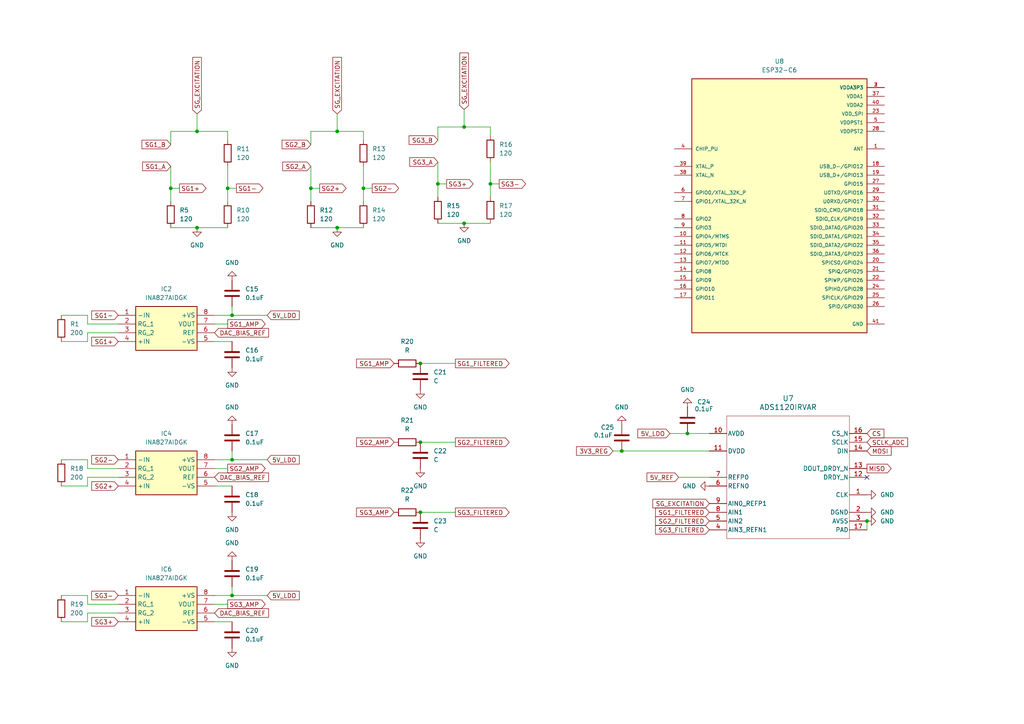
<source format=kicad_sch>
(kicad_sch (version 20250114) (generator "eeschema") (generator_version "9.0")
  (paper "A4")
  (lib_symbols
    (symbol "2025-06-29_04-51-15:ADS1120IRVAR" (pin_names (offset 0.254))
      (property "Reference" "U" (at 0 2.54 0))
      (property "Value" "ADS1120IRVAR" (at 0 0 0))
      (symbol "ADS1120IRVAR_0_1"
        (polyline (pts (xy -17.78 17.78) (xy -17.78 -17.78)) (stroke (width 0.1016)))
        (polyline (pts (xy -17.78 -17.78) (xy 17.78 -17.78)) (stroke (width 0.1016)))
        (polyline (pts (xy 17.78 17.78) (xy -17.78 17.78)) (stroke (width 0.1016)))
        (polyline (pts (xy 17.78 -17.78) (xy 17.78 17.78)) (stroke (width 0.1016)))
        (pin power_in line (at -22.86 12.7 0) (length 5.08) (name "AVDD") (number "10"))
        (pin power_in line (at -22.86 7.62 0) (length 5.08) (name "DVDD") (number "11"))
        (pin input line (at -22.86 0 0) (length 5.08) (name "REFP0") (number "7"))
        (pin input line (at -22.86 -2.54 0) (length 5.08) (name "REFN0") (number "6"))
        (pin input line (at -22.86 -7.62 0) (length 5.08) (name "AIN0_REFP1") (number "9"))
        (pin input line (at -22.86 -10.16 0) (length 5.08) (name "AIN1") (number "8"))
        (pin input line (at -22.86 -12.7 0) (length 5.08) (name "AIN2") (number "5"))
        (pin input line (at -22.86 -15.24 0) (length 5.08) (name "AIN3_REFN1") (number "4"))
        (pin input line (at 22.86 12.7 180) (length 5.08) (name "CS_N") (number "16"))
        (pin input line (at 22.86 10.16 180) (length 5.08) (name "SCLK") (number "15"))
        (pin input line (at 22.86 7.62 180) (length 5.08) (name "DIN") (number "14"))
        (pin output line (at 22.86 2.54 180) (length 5.08) (name "DOUT_DRDY_N") (number "13"))
        (pin output line (at 22.86 0 180) (length 5.08) (name "DRDY_N") (number "12"))
        (pin input line (at 22.86 -5.08 180) (length 5.08) (name "CLK") (number "1"))
        (pin power_in line (at 22.86 -10.16 180) (length 5.08) (name "DGND") (number "2"))
        (pin power_in line (at 22.86 -12.7 180) (length 5.08) (name "AVSS") (number "3"))
        (pin power_in line (at 22.86 -15.24 180) (length 5.08) (name "PAD") (number "17"))
      )
    )
    (symbol "21xt_symbols:MCP1501T-50E_CHY"
      (property "Reference" "IC" (at 26.67 7.62 0))
      (property "Value" "MCP1501T-50E_CHY" (at 26.67 5.08 0))
      (symbol "MCP1501T-50E_CHY_1_1"
        (rectangle (start 5.08 2.54) (end 25.4 -7.62) (stroke (width 0.254)) (fill (type background)))
        (pin passive line (at 0 0 0) (length 5.08) (name "OUT") (number "1"))
        (pin passive line (at 0 -2.54 0) (length 5.08) (name "GND_1") (number "2"))
        (pin passive line (at 0 -5.08 0) (length 5.08) (name "GND_2") (number "3"))
        (pin passive line (at 30.48 0 180) (length 5.08) (name "VDD") (number "6"))
        (pin passive line (at 30.48 -2.54 180) (length 5.08) (name "GND_3") (number "5"))
        (pin passive line (at 30.48 -5.08 180) (length 5.08) (name "~{SHDN}") (number "4"))
      )
    )
    (symbol "22xt_ICs:AP2120N-2.5TRG1" (pin_names (offset 0.254))
      (property "Reference" "U" (at 27.94 10.16 0))
      (property "Value" "AP2120N-2.5TRG1" (at 27.94 7.62 0))
      (symbol "AP2120N-2.5TRG1_0_1"
        (polyline (pts (xy 7.62 5.08) (xy 7.62 -7.62)) (stroke (width 0.127)))
        (polyline (pts (xy 7.62 -7.62) (xy 48.26 -7.62)) (stroke (width 0.127)))
        (polyline (pts (xy 48.26 5.08) (xy 7.62 5.08)) (stroke (width 0.127)))
        (polyline (pts (xy 48.26 -7.62) (xy 48.26 5.08)) (stroke (width 0.127)))
        (pin power_in line (at 0 0 0) (length 7.62) (name "GND") (number "1"))
        (pin input line (at 55.88 0 180) (length 7.62) (name "VIN") (number "3"))
        (pin output line (at 55.88 -2.54 180) (length 7.62) (name "VOUT") (number "2"))
      )
    )
    (symbol "22xt_ICs:AP2120N-5.0TRG1"
      (property "Reference" "PS" (at 24.13 7.62 0))
      (property "Value" "AP2120N-5.0TRG1" (at 24.13 5.08 0))
      (symbol "AP2120N-5.0TRG1_1_1"
        (rectangle (start 5.08 2.54) (end 22.86 -5.08) (stroke (width 0.254)) (fill (type background)))
        (pin passive line (at 0 0 0) (length 5.08) (name "GND") (number "1"))
        (pin passive line (at 0 -2.54 0) (length 5.08) (name "VOUT") (number "2"))
        (pin passive line (at 27.94 0 180) (length 5.08) (name "VIN") (number "3"))
      )
    )
    (symbol "22xt_ICs:INA827AIDGK"
      (property "Reference" "IC" (at 24.13 7.62 0))
      (property "Value" "INA827AIDGK" (at 24.13 5.08 0))
      (symbol "INA827AIDGK_1_1"
        (rectangle (start 5.08 2.54) (end 22.86 -10.16) (stroke (width 0.254)) (fill (type background)))
        (pin passive line (at 0 0 0) (length 5.08) (name "-IN") (number "1"))
        (pin passive line (at 0 -2.54 0) (length 5.08) (name "RG_1") (number "2"))
        (pin passive line (at 0 -5.08 0) (length 5.08) (name "RG_2") (number "3"))
        (pin passive line (at 0 -7.62 0) (length 5.08) (name "+IN") (number "4"))
        (pin passive line (at 27.94 0 180) (length 5.08) (name "+VS") (number "8"))
        (pin passive line (at 27.94 -2.54 180) (length 5.08) (name "VOUT") (number "7"))
        (pin passive line (at 27.94 -5.08 180) (length 5.08) (name "REF") (number "6"))
        (pin passive line (at 27.94 -7.62 180) (length 5.08) (name "-VS") (number "5"))
      )
    )
    (symbol "Connector_Generic:Conn_01x02" (pin_names (offset 1.016) (hide yes))
      (property "Reference" "J" (at 0 2.54 0))
      (property "Value" "Conn_01x02" (at 0 -5.08 0))
      (symbol "Conn_01x02_1_1"
        (rectangle (start -1.27 1.27) (end 1.27 -3.81) (stroke (width 0.254)) (fill (type background)))
        (rectangle (start -1.27 0.127) (end 0 -0.127) (stroke (width 0.1524)))
        (rectangle (start -1.27 -2.413) (end 0 -2.667) (stroke (width 0.1524)))
        (pin passive line (at -5.08 0 0) (length 3.81) (name "Pin_1") (number "1"))
        (pin passive line (at -5.08 -2.54 0) (length 3.81) (name "Pin_2") (number "2"))
      )
    )
    (symbol "Connector_Generic:Conn_01x04" (pin_names (offset 1.016) (hide yes))
      (property "Reference" "J" (at 0 5.08 0))
      (property "Value" "Conn_01x04" (at 0 -7.62 0))
      (symbol "Conn_01x04_1_1"
        (rectangle (start -1.27 3.81) (end 1.27 -6.35) (stroke (width 0.254)) (fill (type background)))
        (rectangle (start -1.27 2.667) (end 0 2.413) (stroke (width 0.1524)))
        (rectangle (start -1.27 0.127) (end 0 -0.127) (stroke (width 0.1524)))
        (rectangle (start -1.27 -2.413) (end 0 -2.667) (stroke (width 0.1524)))
        (rectangle (start -1.27 -4.953) (end 0 -5.207) (stroke (width 0.1524)))
        (pin passive line (at -5.08 2.54 0) (length 3.81) (name "Pin_1") (number "1"))
        (pin passive line (at -5.08 0 0) (length 3.81) (name "Pin_2") (number "2"))
        (pin passive line (at -5.08 -2.54 0) (length 3.81) (name "Pin_3") (number "3"))
        (pin passive line (at -5.08 -5.08 0) (length 3.81) (name "Pin_4") (number "4"))
      )
    )
    (symbol "Device:C" (pin_numbers (hide yes)) (pin_names (offset 0.254))
      (property "Reference" "C" (at 0.635 2.54 0))
      (property "Value" "C" (at 0.635 -2.54 0))
      (symbol "C_0_1"
        (polyline (pts (xy -2.032 0.762) (xy 2.032 0.762)) (stroke (width 0.508)))
        (polyline (pts (xy -2.032 -0.762) (xy 2.032 -0.762)) (stroke (width 0.508)))
      )
      (symbol "C_1_1"
        (pin passive line (at 0 3.81 270) (length 2.794) (name "~") (number "1"))
        (pin passive line (at 0 -3.81 90) (length 2.794) (name "~") (number "2"))
      )
    )
    (symbol "Device:R" (pin_numbers (hide yes)) (pin_names (offset 0))
      (property "Reference" "R" (at 2.032 0 90))
      (property "Value" "R" (at 0 0 90))
      (symbol "R_0_1"
        (rectangle (start -1.016 -2.54) (end 1.016 2.54) (stroke (width 0.254)))
      )
      (symbol "R_1_1"
        (pin passive line (at 0 3.81 270) (length 1.27) (name "~") (number "1"))
        (pin passive line (at 0 -3.81 90) (length 1.27) (name "~") (number "2"))
      )
    )
    (symbol "power:GND" (power) (pin_numbers (hide yes)) (pin_names (offset 0) (hide yes))
      (property "Value" "GND" (at 0 -3.81 0))
      (symbol "GND_0_1"
        (polyline (pts (xy 0 0) (xy 0 -1.27) (xy 1.27 -1.27) (xy 0 -2.54) (xy -1.27 -1.27) (xy 0 -1.27)))
      )
      (symbol "GND_1_1"
        (pin power_in line (at 0 0 270) (length 0) (name "~") (number "1"))
      )
    )
    (symbol "wsg sym lib:ESP32-C6" (pin_names (offset 1.016))
      (property "Reference" "U" (at -25.4 36.322 0))
      (property "Value" "ESP32-C6" (at -25.4 -40.64 0))
      (symbol "ESP32-C6_0_0"
        (rectangle (start -25.4 -38.1) (end 25.4 35.56) (stroke (width 0.254)) (fill (type background)))
        (pin input line (at -30.48 15.24 0) (length 5.08) (name "CHIP_PU") (number "4"))
        (pin bidirectional line (at -30.48 10.16 0) (length 5.08) (name "XTAL_P") (number "39"))
        (pin bidirectional line (at -30.48 7.62 0) (length 5.08) (name "XTAL_N") (number "38"))
        (pin bidirectional line (at -30.48 2.54 0) (length 5.08) (name "GPIO0/XTAL_32K_P") (number "6"))
        (pin bidirectional line (at -30.48 0 0) (length 5.08) (name "GPIO1/XTAL_32K_N") (number "7"))
        (pin bidirectional line (at -30.48 -5.08 0) (length 5.08) (name "GPIO2") (number "8"))
        (pin bidirectional line (at -30.48 -7.62 0) (length 5.08) (name "GPIO3") (number "9"))
        (pin bidirectional line (at -30.48 -10.16 0) (length 5.08) (name "GPIO4/MTMS") (number "10"))
        (pin bidirectional line (at -30.48 -12.7 0) (length 5.08) (name "GPIO5/MTDI") (number "11"))
        (pin bidirectional line (at -30.48 -15.24 0) (length 5.08) (name "GPIO6/MTCK") (number "12"))
        (pin bidirectional line (at -30.48 -17.78 0) (length 5.08) (name "GPIO7/MTDO") (number "13"))
        (pin bidirectional line (at -30.48 -20.32 0) (length 5.08) (name "GPIO8") (number "14"))
        (pin bidirectional line (at -30.48 -22.86 0) (length 5.08) (name "GPIO9") (number "15"))
        (pin bidirectional line (at -30.48 -25.4 0) (length 5.08) (name "GPIO10") (number "16"))
        (pin bidirectional line (at -30.48 -27.94 0) (length 5.08) (name "GPIO11") (number "17"))
        (pin power_in line (at 30.48 33.02 180) (length 5.08) (name "VDDA3P3") (number "2"))
        (pin power_in line (at 30.48 33.02 180) (length 5.08) (name "VDDA3P3") (number "3"))
        (pin power_in line (at 30.48 30.48 180) (length 5.08) (name "VDDA1") (number "37"))
        (pin power_in line (at 30.48 27.94 180) (length 5.08) (name "VDDA2") (number "40"))
        (pin power_in line (at 30.48 25.4 180) (length 5.08) (name "VDD_SPI") (number "23"))
        (pin power_in line (at 30.48 22.86 180) (length 5.08) (name "VDDPST1") (number "5"))
        (pin power_in line (at 30.48 20.32 180) (length 5.08) (name "VDDPST2") (number "28"))
        (pin bidirectional line (at 30.48 15.24 180) (length 5.08) (name "ANT") (number "1"))
        (pin bidirectional line (at 30.48 10.16 180) (length 5.08) (name "USB_D-/GPIO12") (number "18"))
        (pin bidirectional line (at 30.48 7.62 180) (length 5.08) (name "USB_D+/GPIO13") (number "19"))
        (pin bidirectional line (at 30.48 5.08 180) (length 5.08) (name "GPIO15") (number "27"))
        (pin bidirectional line (at 30.48 2.54 180) (length 5.08) (name "U0TXD/GPIO16") (number "29"))
        (pin bidirectional line (at 30.48 0 180) (length 5.08) (name "U0RXD/GPIO17") (number "30"))
        (pin bidirectional line (at 30.48 -2.54 180) (length 5.08) (name "SDIO_CMD/GPIO18") (number "31"))
        (pin bidirectional line (at 30.48 -5.08 180) (length 5.08) (name "SDIO_CLK/GPIO19") (number "32"))
        (pin bidirectional line (at 30.48 -7.62 180) (length 5.08) (name "SDIO_DATA0/GPIO20") (number "33"))
        (pin bidirectional line (at 30.48 -10.16 180) (length 5.08) (name "SDIO_DATA1/GPIO21") (number "34"))
        (pin bidirectional line (at 30.48 -12.7 180) (length 5.08) (name "SDIO_DATA2/GPIO22") (number "35"))
        (pin bidirectional line (at 30.48 -15.24 180) (length 5.08) (name "SDIO_DATA3/GPIO23") (number "36"))
        (pin bidirectional line (at 30.48 -17.78 180) (length 5.08) (name "SPICS0/GPIO24") (number "20"))
        (pin bidirectional line (at 30.48 -20.32 180) (length 5.08) (name "SPIQ/GPIO25") (number "21"))
        (pin bidirectional line (at 30.48 -22.86 180) (length 5.08) (name "SPIWP/GPIO26") (number "22"))
        (pin bidirectional line (at 30.48 -25.4 180) (length 5.08) (name "SPIHD/GPIO28") (number "24"))
        (pin bidirectional line (at 30.48 -27.94 180) (length 5.08) (name "SPICLK/GPIO29") (number "25"))
        (pin bidirectional line (at 30.48 -30.48 180) (length 5.08) (name "SPID/GPIO30") (number "26"))
        (pin power_in line (at 30.48 -35.56 180) (length 5.08) (name "GND") (number "41"))
      )
    )
  )
  (junction (at 67.31 91.44))
  (junction (at 97.79 66.04))
  (junction (at 180.34 130.81))
  (junction (at 67.31 172.72))
  (junction (at 57.15 38.1))
  (junction (at 134.62 36.83))
  (junction (at 121.92 128.27))
  (junction (at 105.41 54.61))
  (junction (at 49.53 54.61))
  (junction (at 251.46 151.13))
  (junction (at 121.92 148.59))
  (junction (at 127 53.34))
  (junction (at 57.15 66.04))
  (junction (at 142.24 53.34))
  (junction (at 67.31 133.35))
  (junction (at 121.92 105.41))
  (junction (at 66.04 54.61))
  (junction (at 199.39 125.73))
  (junction (at 90.17 54.61))
  (junction (at 134.62 64.77))
  (junction (at 97.79 38.1))
  (no_connect (at 251.46 138.43))
  (wire (pts (xy 196.85 138.43) (xy 205.74 138.43)))
  (wire (pts (xy 57.15 38.1) (xy 66.04 38.1)))
  (wire (pts (xy 49.53 54.61) (xy 49.53 58.42)))
  (wire (pts (xy 34.29 96.52) (xy 25.4 96.52)))
  (wire (pts (xy 194.31 125.73) (xy 199.39 125.73)))
  (wire (pts (xy 34.29 135.89) (xy 25.4 135.89)))
  (wire (pts (xy 105.41 54.61) (xy 107.95 54.61)))
  (wire (pts (xy 62.23 140.97) (xy 67.31 140.97)))
  (wire (pts (xy 49.53 48.26) (xy 49.53 54.61)))
  (wire (pts (xy 134.62 64.77) (xy 142.24 64.77)))
  (wire (pts (xy 97.79 33.02) (xy 97.79 38.1)))
  (wire (pts (xy 127 40.64) (xy 127 36.83)))
  (wire (pts (xy 127 53.34) (xy 129.54 53.34)))
  (wire (pts (xy 62.23 133.35) (xy 67.31 133.35)))
  (wire (pts (xy 25.4 180.34) (xy 17.78 180.34)))
  (wire (pts (xy 251.46 151.13) (xy 251.46 153.67)))
  (wire (pts (xy 90.17 41.91) (xy 90.17 38.1)))
  (wire (pts (xy 34.29 177.8) (xy 25.4 177.8)))
  (wire (pts (xy 199.39 125.73) (xy 205.74 125.73)))
  (wire (pts (xy 97.79 38.1) (xy 105.41 38.1)))
  (wire (pts (xy 142.24 46.99) (xy 142.24 53.34)))
  (wire (pts (xy 49.53 54.61) (xy 52.07 54.61)))
  (wire (pts (xy 121.92 128.27) (xy 132.08 128.27)))
  (wire (pts (xy 67.31 91.44) (xy 77.47 91.44)))
  (wire (pts (xy 97.79 66.04) (xy 105.41 66.04)))
  (wire (pts (xy 127 53.34) (xy 127 57.15)))
  (wire (pts (xy 25.4 135.89) (xy 25.4 133.35)))
  (wire (pts (xy 127 64.77) (xy 134.62 64.77)))
  (wire (pts (xy 62.23 93.98) (xy 66.04 93.98)))
  (wire (pts (xy 134.62 31.75) (xy 134.62 36.83)))
  (wire (pts (xy 121.92 105.41) (xy 132.08 105.41)))
  (wire (pts (xy 25.4 99.06) (xy 17.78 99.06)))
  (wire (pts (xy 62.23 172.72) (xy 67.31 172.72)))
  (wire (pts (xy 127 36.83) (xy 134.62 36.83)))
  (wire (pts (xy 90.17 54.61) (xy 92.71 54.61)))
  (wire (pts (xy 90.17 48.26) (xy 90.17 54.61)))
  (wire (pts (xy 66.04 54.61) (xy 68.58 54.61)))
  (wire (pts (xy 62.23 180.34) (xy 67.31 180.34)))
  (wire (pts (xy 105.41 54.61) (xy 105.41 58.42)))
  (wire (pts (xy 67.31 88.9) (xy 67.31 91.44)))
  (wire (pts (xy 25.4 175.26) (xy 25.4 172.72)))
  (wire (pts (xy 90.17 54.61) (xy 90.17 58.42)))
  (wire (pts (xy 25.4 138.43) (xy 25.4 140.97)))
  (wire (pts (xy 67.31 133.35) (xy 77.47 133.35)))
  (wire (pts (xy 49.53 41.91) (xy 49.53 38.1)))
  (wire (pts (xy 25.4 140.97) (xy 17.78 140.97)))
  (wire (pts (xy 67.31 130.81) (xy 67.31 133.35)))
  (wire (pts (xy 25.4 172.72) (xy 17.78 172.72)))
  (wire (pts (xy 57.15 33.02) (xy 57.15 38.1)))
  (wire (pts (xy 134.62 36.83) (xy 142.24 36.83)))
  (wire (pts (xy 90.17 38.1) (xy 97.79 38.1)))
  (wire (pts (xy 66.04 54.61) (xy 66.04 58.42)))
  (wire (pts (xy 105.41 38.1) (xy 105.41 40.64)))
  (wire (pts (xy 34.29 175.26) (xy 25.4 175.26)))
  (wire (pts (xy 25.4 91.44) (xy 17.78 91.44)))
  (wire (pts (xy 180.34 130.81) (xy 205.74 130.81)))
  (wire (pts (xy 62.23 135.89) (xy 66.04 135.89)))
  (wire (pts (xy 105.41 48.26) (xy 105.41 54.61)))
  (wire (pts (xy 67.31 172.72) (xy 77.47 172.72)))
  (wire (pts (xy 142.24 36.83) (xy 142.24 39.37)))
  (wire (pts (xy 49.53 66.04) (xy 57.15 66.04)))
  (wire (pts (xy 34.29 93.98) (xy 25.4 93.98)))
  (wire (pts (xy 57.15 66.04) (xy 66.04 66.04)))
  (wire (pts (xy 34.29 138.43) (xy 25.4 138.43)))
  (wire (pts (xy 142.24 53.34) (xy 144.78 53.34)))
  (wire (pts (xy 142.24 53.34) (xy 142.24 57.15)))
  (wire (pts (xy 127 46.99) (xy 127 53.34)))
  (wire (pts (xy 121.92 148.59) (xy 132.08 148.59)))
  (wire (pts (xy 62.23 99.06) (xy 67.31 99.06)))
  (wire (pts (xy 25.4 93.98) (xy 25.4 91.44)))
  (wire (pts (xy 177.8 130.81) (xy 180.34 130.81)))
  (wire (pts (xy 66.04 48.26) (xy 66.04 54.61)))
  (wire (pts (xy 66.04 38.1) (xy 66.04 40.64)))
  (wire (pts (xy 67.31 170.18) (xy 67.31 172.72)))
  (wire (pts (xy 25.4 96.52) (xy 25.4 99.06)))
  (wire (pts (xy 49.53 38.1) (xy 57.15 38.1)))
  (wire (pts (xy 25.4 133.35) (xy 17.78 133.35)))
  (wire (pts (xy 25.4 177.8) (xy 25.4 180.34)))
  (wire (pts (xy 62.23 91.44) (xy 67.31 91.44)))
  (wire (pts (xy 62.23 175.26) (xy 66.04 175.26)))
  (wire (pts (xy 90.17 66.04) (xy 97.79 66.04)))
  (global_label "SG2+" (shape input) (at 34.29 140.97 180) (property "Intersheetrefs" "${INTERSHEET_REFS}" (effects (hide yes))))
  (global_label "SG2-" (shape output) (at 107.95 54.61 0) (property "Intersheetrefs" "${INTERSHEET_REFS}" (effects (hide yes))))
  (global_label "SCLK_ADC" (shape input) (at 251.46 128.27 0) (property "Intersheetrefs" "${INTERSHEET_REFS}" (effects (hide yes))))
  (global_label "5V_LDO" (shape input) (at 77.47 133.35 0) (property "Intersheetrefs" "${INTERSHEET_REFS}" (effects (hide yes))))
  (global_label "SG1_B" (shape input) (at 49.53 41.91 180) (property "Intersheetrefs" "${INTERSHEET_REFS}" (effects (hide yes))))
  (global_label "SG2-" (shape input) (at 34.29 133.35 180) (property "Intersheetrefs" "${INTERSHEET_REFS}" (effects (hide yes))))
  (global_label "SG1_AMP" (shape output) (at 66.04 93.98 0) (property "Intersheetrefs" "${INTERSHEET_REFS}" (effects (hide yes))))
  (global_label "CS" (shape input) (at 251.46 125.73 0) (property "Intersheetrefs" "${INTERSHEET_REFS}" (effects (hide yes))))
  (global_label "5V_LDO" (shape input) (at 77.47 172.72 0) (property "Intersheetrefs" "${INTERSHEET_REFS}" (effects (hide yes))))
  (global_label "SG_EXCITATION" (shape input) (at 134.62 31.75 90) (property "Intersheetrefs" "${INTERSHEET_REFS}" (effects (hide yes))))
  (global_label "SG2_AMP" (shape output) (at 66.04 135.89 0) (property "Intersheetrefs" "${INTERSHEET_REFS}" (effects (hide yes))))
  (global_label "SG+" (shape output) (at -25.4 53.34 0) (property "Intersheetrefs" "${INTERSHEET_REFS}" (effects (hide yes))))
  (global_label "SG3-" (shape input) (at 34.29 172.72 180) (property "Intersheetrefs" "${INTERSHEET_REFS}" (effects (hide yes))))
  (global_label "SG3+" (shape output) (at 129.54 53.34 0) (property "Intersheetrefs" "${INTERSHEET_REFS}" (effects (hide yes))))
  (global_label "DAC_BIAS_REF" (shape input) (at 62.23 177.8 0) (property "Intersheetrefs" "${INTERSHEET_REFS}" (effects (hide yes))))
  (global_label "3.7V_BAT+" (shape output) (at -25.4 76.2 0) (property "Intersheetrefs" "${INTERSHEET_REFS}" (effects (hide yes))))
  (global_label "SG1_FILTERED" (shape input) (at 205.74 148.59 180) (property "Intersheetrefs" "${INTERSHEET_REFS}" (effects (hide yes))))
  (global_label "SG1_A" (shape input) (at 49.53 48.26 180) (property "Intersheetrefs" "${INTERSHEET_REFS}" (effects (hide yes))))
  (global_label "SG2_B" (shape input) (at 90.17 41.91 180) (property "Intersheetrefs" "${INTERSHEET_REFS}" (effects (hide yes))))
  (global_label "SG2+" (shape output) (at 92.71 54.61 0) (property "Intersheetrefs" "${INTERSHEET_REFS}" (effects (hide yes))))
  (global_label "SG2_FILTERED" (shape output) (at 132.08 128.27 0) (property "Intersheetrefs" "${INTERSHEET_REFS}" (effects (hide yes))))
  (global_label "3V3_REG" (shape input) (at 177.8 130.81 180) (property "Intersheetrefs" "${INTERSHEET_REFS}" (effects (hide yes))))
  (global_label "SG2_FILTERED" (shape input) (at 205.74 151.13 180) (property "Intersheetrefs" "${INTERSHEET_REFS}" (effects (hide yes))))
  (global_label "3.7V_BAT-" (shape output) (at -25.4 78.74 0) (property "Intersheetrefs" "${INTERSHEET_REFS}" (effects (hide yes))))
  (global_label "SG3_AMP" (shape input) (at 114.3 148.59 180) (property "Intersheetrefs" "${INTERSHEET_REFS}" (effects (hide yes))))
  (global_label "SG3+" (shape input) (at 34.29 180.34 180) (property "Intersheetrefs" "${INTERSHEET_REFS}" (effects (hide yes))))
  (global_label "SG_EXCITATION" (shape input) (at 97.79 33.02 90) (property "Intersheetrefs" "${INTERSHEET_REFS}" (effects (hide yes))))
  (global_label "SG-" (shape output) (at -25.4 55.88 0) (property "Intersheetrefs" "${INTERSHEET_REFS}" (effects (hide yes))))
  (global_label "SG1-" (shape output) (at 68.58 54.61 0) (property "Intersheetrefs" "${INTERSHEET_REFS}" (effects (hide yes))))
  (global_label "SG3_B" (shape input) (at 127 40.64 180) (property "Intersheetrefs" "${INTERSHEET_REFS}" (effects (hide yes))))
  (global_label "SG3-" (shape output) (at 144.78 53.34 0) (property "Intersheetrefs" "${INTERSHEET_REFS}" (effects (hide yes))))
  (global_label "SG_EXCITATION" (shape input) (at 205.74 146.05 180) (property "Intersheetrefs" "${INTERSHEET_REFS}" (effects (hide yes))))
  (global_label "MISO" (shape output) (at 251.46 135.89 0) (property "Intersheetrefs" "${INTERSHEET_REFS}" (effects (hide yes))))
  (global_label "SG_EXCITATION" (shape input) (at -25.4 60.96 0) (property "Intersheetrefs" "${INTERSHEET_REFS}" (effects (hide yes))))
  (global_label "SG1+" (shape input) (at 34.29 99.06 180) (property "Intersheetrefs" "${INTERSHEET_REFS}" (effects (hide yes))))
  (global_label "SG1_AMP" (shape input) (at 114.3 105.41 180) (property "Intersheetrefs" "${INTERSHEET_REFS}" (effects (hide yes))))
  (global_label "5V_LDO" (shape input) (at 77.47 91.44 0) (property "Intersheetrefs" "${INTERSHEET_REFS}" (effects (hide yes))))
  (global_label "SG3_A" (shape input) (at 127 46.99 180) (property "Intersheetrefs" "${INTERSHEET_REFS}" (effects (hide yes))))
  (global_label "SG2_AMP" (shape input) (at 114.3 128.27 180) (property "Intersheetrefs" "${INTERSHEET_REFS}" (effects (hide yes))))
  (global_label "SG3_AMP" (shape output) (at 66.04 175.26 0) (property "Intersheetrefs" "${INTERSHEET_REFS}" (effects (hide yes))))
  (global_label "SG1+" (shape output) (at 52.07 54.61 0) (property "Intersheetrefs" "${INTERSHEET_REFS}" (effects (hide yes))))
  (global_label "SG_EXCITATION" (shape input) (at 57.15 33.02 90) (property "Intersheetrefs" "${INTERSHEET_REFS}" (effects (hide yes))))
  (global_label "SG1-" (shape input) (at 34.29 91.44 180) (property "Intersheetrefs" "${INTERSHEET_REFS}" (effects (hide yes))))
  (global_label "DAC_BIAS_REF" (shape input) (at 62.23 96.52 0) (property "Intersheetrefs" "${INTERSHEET_REFS}" (effects (hide yes))))
  (global_label "SG2_A" (shape input) (at 90.17 48.26 180) (property "Intersheetrefs" "${INTERSHEET_REFS}" (effects (hide yes))))
  (global_label "5V_REF" (shape input) (at 196.85 138.43 180) (property "Intersheetrefs" "${INTERSHEET_REFS}" (effects (hide yes))))
  (global_label "SG3_FILTERED" (shape input) (at 205.74 153.67 180) (property "Intersheetrefs" "${INTERSHEET_REFS}" (effects (hide yes))))
  (global_label "MOSI" (shape input) (at 251.46 130.81 0) (property "Intersheetrefs" "${INTERSHEET_REFS}" (effects (hide yes))))
  (global_label "5V_LDO" (shape input) (at 194.31 125.73 180) (property "Intersheetrefs" "${INTERSHEET_REFS}" (effects (hide yes))))
  (global_label "SG3_FILTERED" (shape output) (at 132.08 148.59 0) (property "Intersheetrefs" "${INTERSHEET_REFS}" (effects (hide yes))))
  (global_label "SG1_FILTERED" (shape output) (at 132.08 105.41 0) (property "Intersheetrefs" "${INTERSHEET_REFS}" (effects (hide yes))))
  (global_label "DAC_BIAS_REF" (shape input) (at 62.23 138.43 0) (property "Intersheetrefs" "${INTERSHEET_REFS}" (effects (hide yes))))
  (symbol (lib_id "power:GND") (at 97.79 66.04 0) (unit 1)
    (property "Reference" "#PWR033" (effects (hide yes)))
    (property "Value" "GND" (at 97.79 71.12 0))
    (property "Description" "Power symbol creates a global label with name \"GND\" , ground" (effects (hide yes)))
  )
  (symbol (lib_id "power:GND") (at 180.34 123.19 180) (unit 1)
    (property "Reference" "#PWR043" (effects (hide yes)))
    (property "Value" "GND" (at 180.34 118.11 0))
    (property "Description" "Power symbol creates a global label with name \"GND\" , ground" (effects (hide yes)))
  )
  (symbol (lib_id "21xt_symbols:MCP1501T-50E_CHY") (at 115.57 250.19 180) (unit 1)
    (property "Reference" "IC3" (at 100.33 237.49 0))
    (property "Value" "MCP1502T-50E_CHY" (at 100.33 240.03 0))
    (property "Footprint" "21xt_footprints:SOT95P280X145-6N" (effects (hide yes)))
    (property "Datasheet" "https://ww1.microchip.com/downloads/aemDocuments/documents/MSLD/ProductDocuments/DataSheets/MCP1501-Data-Sheet-DS20005474F.pdf" (effects (hide yes)))
    (property "Description" "Series Voltage Reference IC Fixed 5V V +/-0.1% 20 mA SOT-23-6" (effects (hide yes)))
    (property "Height" "1.45" (effects (hide yes)))
    (property "Mouser Part Number" "579-MCP1501T-50E/CHY" (effects (hide yes)))
    (property "Mouser Price/Stock" "https://www.mouser.co.uk/ProductDetail/Microchip-Technology/MCP1501T-50E-CHY?qs=Li%252BoUPsLEnt6h%2FnXwes%252BxQ%3D%3D" (effects (hide yes)))
    (property "Manufacturer_Name" "Microchip" (effects (hide yes)))
    (property "Manufacturer_Part_Number" "MCP1501T-50E/CHY" (effects (hide yes)))
  )
  (symbol (lib_id "Device:C") (at 121.92 152.4 0) (unit 1)
    (property "Reference" "C23" (at 125.73 151.1299 0) (effects (justify left)))
    (property "Value" "C" (at 125.73 153.6699 0) (effects (justify left)))
    (property "Description" "Unpolarized capacitor" (effects (hide yes)))
  )
  (symbol (lib_id "wsg sym lib:ESP32-C6") (at 226.06 58.42 0) (unit 1)
    (property "Reference" "U8" (at 226.06 17.78 0))
    (property "Value" "ESP32-C6" (at 226.06 20.32 0))
    (property "Footprint" "ESP32-C6:QFN40P500X500X90-41N" (effects (hide yes)))
    (property "MF" "Espressif Systems" (effects (hide yes)))
    (property "MAXIMUM_PACKAGE_HEIGHT" "0.9mm" (effects (hide yes)))
    (property "Package" "None" (effects (hide yes)))
    (property "Price" "None" (effects (hide yes)))
    (property "Check_prices" "https://www.snapeda.com/parts/ESP32-C6/Espressif+Systems/view-part/?ref=eda" (effects (hide yes)))
    (property "STANDARD" "IPC-7351B" (effects (hide yes)))
    (property "PARTREV" "v0.5" (effects (hide yes)))
    (property "SnapEDA_Link" "https://www.snapeda.com/parts/ESP32-C6/Espressif+Systems/view-part/?ref=snap" (effects (hide yes)))
    (property "MP" "ESP32-C6" (effects (hide yes)))
    (property "Description_1" "\n                        \n                            IC RF TxRx Only Bluetooth, WiFi Bluetooth v5.0, Thread, Zigbee® 2.412GHz ~ 2.484GHz 40-VFQFN Exposed Pad\n                        \n" (effects (hide yes)))
    (property "MANUFACTURER" "Espressif Systems" (effects (hide yes)))
    (property "Availability" "In Stock" (effects (hide yes)))
    (property "SNAPEDA_PN" "ESP32-C6" (effects (hide yes)))
  )
  (symbol (lib_id "Device:C") (at 67.31 85.09 0) (unit 1)
    (property "Reference" "C15" (at 71.12 83.8199 0) (effects (justify left)))
    (property "Value" "0.1uF" (at 71.12 86.3599 0) (effects (justify left)))
    (property "Description" "Unpolarized capacitor" (effects (hide yes)))
  )
  (symbol (lib_id "power:GND") (at -25.4 58.42 90) (unit 1)
    (property "Reference" "#PWR029" (effects (hide yes)))
    (property "Value" "GND" (at -21.59 58.4199 90) (effects (justify right)))
    (property "Description" "Power symbol creates a global label with name \"GND\" , ground" (effects (hide yes)))
  )
  (symbol (lib_id "Device:C") (at 67.31 144.78 0) (unit 1)
    (property "Reference" "C18" (at 71.12 143.5099 0) (effects (justify left)))
    (property "Value" "0.1uF" (at 71.12 146.0499 0) (effects (justify left)))
    (property "Description" "Unpolarized capacitor" (effects (hide yes)))
  )
  (symbol (lib_id "power:GND") (at 67.31 187.96 0) (unit 1)
    (property "Reference" "#PWR038" (effects (hide yes)))
    (property "Value" "GND" (at 67.31 193.04 0))
    (property "Description" "Power symbol creates a global label with name \"GND\" , ground" (effects (hide yes)))
  )
  (symbol (lib_id "22xt_ICs:AP2120N-2.5TRG1") (at 353.06 139.7 0) (unit 1)
    (property "Reference" "U9" (at 381 129.54 0) (effects (font (size 1.524 1.524))))
    (property "Value" "AP2120N-2.5TRG1" (at 381 132.08 0) (effects (font (size 1.524 1.524))))
    (property "Footprint" "SOT-23_DIO" (effects (hide yes)))
    (property "Datasheet" "AP2120N-2.5TRG1" (effects (hide yes)))
  )
  (symbol (lib_id "Device:R") (at 118.11 105.41 90) (unit 1)
    (property "Reference" "R20" (at 118.11 99.06 90))
    (property "Value" "R" (at 118.11 101.6 90))
    (property "Description" "Resistor" (effects (hide yes)))
  )
  (symbol (lib_id "power:GND") (at 67.31 106.68 0) (unit 1)
    (property "Reference" "#PWR031" (effects (hide yes)))
    (property "Value" "GND" (at 67.31 111.76 0))
    (property "Description" "Power symbol creates a global label with name \"GND\" , ground" (effects (hide yes)))
  )
  (symbol (lib_id "Device:R") (at 17.78 176.53 0) (unit 1)
    (property "Reference" "R19" (at 20.32 175.2599 0) (effects (justify left)))
    (property "Value" "200" (at 20.32 177.7999 0) (effects (justify left)))
    (property "Description" "Resistor" (effects (hide yes)))
  )
  (symbol (lib_id "power:GND") (at 199.39 118.11 180) (unit 1)
    (property "Reference" "#PWR042" (effects (hide yes)))
    (property "Value" "GND" (at 199.39 113.03 0))
    (property "Description" "Power symbol creates a global label with name \"GND\" , ground" (effects (hide yes)))
  )
  (symbol (lib_id "power:GND") (at 251.46 148.59 90) (unit 1)
    (property "Reference" "#PWR045" (effects (hide yes)))
    (property "Value" "GND" (at 255.27 148.5899 90) (effects (justify right)))
    (property "Description" "Power symbol creates a global label with name \"GND\" , ground" (effects (hide yes)))
  )
  (symbol (lib_id "22xt_ICs:INA827AIDGK") (at 34.29 172.72 0) (unit 1)
    (property "Reference" "IC6" (at 48.26 165.1 0))
    (property "Value" "INA827AIDGK" (at 48.26 167.64 0))
    (property "Footprint" "SOP65P490X110-8N" (effects (hide yes)))
    (property "Datasheet" "http://www.ti.com/lit/ds/symlink/ina827.pdf" (effects (hide yes)))
    (property "Description" "Texas Instruments INA827AIDGK Instrumentation Amplifier, 150uV Offset 600kHz GBW, CMMR 88dB, 2.7  36 V, 8-Pin" (effects (hide yes)))
    (property "Height" "1.1" (effects (hide yes)))
    (property "Mouser Part Number" "595-INA827AIDGK" (effects (hide yes)))
    (property "Mouser Price/Stock" "https://www.mouser.co.uk/ProductDetail/Texas-Instruments/INA827AIDGK?qs=4whTb%2F0XQMjCMY8OfLWUhA%3D%3D" (effects (hide yes)))
    (property "Manufacturer_Name" "Texas Instruments" (effects (hide yes)))
    (property "Manufacturer_Part_Number" "INA827AIDGK" (effects (hide yes)))
  )
  (symbol (lib_id "power:GND") (at 57.15 66.04 0) (unit 1)
    (property "Reference" "#PWR032" (effects (hide yes)))
    (property "Value" "GND" (at 57.15 71.12 0))
    (property "Description" "Power symbol creates a global label with name \"GND\" , ground" (effects (hide yes)))
  )
  (symbol (lib_id "power:GND") (at 134.62 64.77 0) (unit 1)
    (property "Reference" "#PWR034" (effects (hide yes)))
    (property "Value" "GND" (at 134.62 69.85 0))
    (property "Description" "Power symbol creates a global label with name \"GND\" , ground" (effects (hide yes)))
  )
  (symbol (lib_id "Device:R") (at 105.41 62.23 0) (unit 1)
    (property "Reference" "R14" (at 107.95 60.9599 0) (effects (justify left)))
    (property "Value" "120" (at 107.95 63.4999 0) (effects (justify left)))
    (property "Description" "Resistor" (effects (hide yes)))
  )
  (symbol (lib_id "Device:C") (at 67.31 184.15 0) (unit 1)
    (property "Reference" "C20" (at 71.12 182.8799 0) (effects (justify left)))
    (property "Value" "0.1uF" (at 71.12 185.4199 0) (effects (justify left)))
    (property "Description" "Unpolarized capacitor" (effects (hide yes)))
  )
  (symbol (lib_id "power:GND") (at 67.31 162.56 180) (unit 1)
    (property "Reference" "#PWR037" (effects (hide yes)))
    (property "Value" "GND" (at 67.31 157.48 0))
    (property "Description" "Power symbol creates a global label with name \"GND\" , ground" (effects (hide yes)))
  )
  (symbol (lib_id "power:GND") (at 121.92 156.21 0) (unit 1)
    (property "Reference" "#PWR041" (effects (hide yes)))
    (property "Value" "GND" (at 121.92 161.29 0))
    (property "Description" "Power symbol creates a global label with name \"GND\" , ground" (effects (hide yes)))
  )
  (symbol (lib_id "power:GND") (at 121.92 113.03 0) (unit 1)
    (property "Reference" "#PWR039" (effects (hide yes)))
    (property "Value" "GND" (at 121.92 118.11 0))
    (property "Description" "Power symbol creates a global label with name \"GND\" , ground" (effects (hide yes)))
  )
  (symbol (lib_id "Connector_Generic:Conn_01x04") (at -30.48 58.42 180) (unit 1)
    (property "Reference" "J2" (at -30.48 46.99 0))
    (property "Value" "Deutsch Conn" (at -30.48 49.53 0))
    (property "Description" "Generic connector, single row, 01x04, script generated (kicad-library-utils/schlib/autogen/connector/)" (effects (hide yes)))
  )
  (symbol (lib_id "Device:R") (at 66.04 62.23 0) (unit 1)
    (property "Reference" "R10" (at 68.58 60.9599 0) (effects (justify left)))
    (property "Value" "120" (at 68.58 63.4999 0) (effects (justify left)))
    (property "Description" "Resistor" (effects (hide yes)))
  )
  (symbol (lib_id "22xt_ICs:AP2120N-5.0TRG1") (at 76.2 219.71 0) (unit 1)
    (property "Reference" "PS1" (at 90.17 212.09 0))
    (property "Value" "AP2120N-5.0TRG1" (at 90.17 214.63 0))
    (property "Footprint" "SOT96P240X120-3N" (effects (hide yes)))
    (property "Datasheet" "https://www.diodes.com//assets/Datasheets/AP2120.pdf" (effects (hide yes)))
    (property "Description" "IC REG LINEAR 5V 150MA SOT23" (effects (hide yes)))
    (property "Height" "1.2" (effects (hide yes)))
    (property "Mouser Part Number" "621-AP2120N-5.0TRG1" (effects (hide yes)))
    (property "Mouser Price/Stock" "https://www.mouser.co.uk/ProductDetail/Diodes-Incorporated/AP2120N-5.0TRG1?qs=M%2FOdCRO8QQ3JQu49DdtyIA%3D%3D" (effects (hide yes)))
    (property "Manufacturer_Name" "Diodes Incorporated" (effects (hide yes)))
    (property "Manufacturer_Part_Number" "AP2120N-5.0TRG1" (effects (hide yes)))
  )
  (symbol (lib_id "Connector_Generic:Conn_01x02") (at -30.48 78.74 180) (unit 1)
    (property "Reference" "J3" (at -30.48 69.85 0))
    (property "Value" "Conn_01x02" (at -30.48 72.39 0))
    (property "Description" "Generic connector, single row, 01x02, script generated (kicad-library-utils/schlib/autogen/connector/)" (effects (hide yes)))
  )
  (symbol (lib_id "power:GND") (at 251.46 143.51 90) (unit 1)
    (property "Reference" "#PWR047" (effects (hide yes)))
    (property "Value" "GND" (at 255.27 143.5099 90) (effects (justify right)))
    (property "Description" "Power symbol creates a global label with name \"GND\" , ground" (effects (hide yes)))
  )
  (symbol (lib_id "Device:R") (at 17.78 137.16 0) (unit 1)
    (property "Reference" "R18" (at 20.32 135.8899 0) (effects (justify left)))
    (property "Value" "200" (at 20.32 138.4299 0) (effects (justify left)))
    (property "Description" "Resistor" (effects (hide yes)))
  )
  (symbol (lib_id "Device:C") (at 180.34 127 0) (unit 1)
    (property "Reference" "C25" (at 174.244 123.952 0) (effects (justify left)))
    (property "Value" "0.1uF" (at 172.212 126.238 0) (effects (justify left)))
    (property "Description" "Unpolarized capacitor" (effects (hide yes)))
  )
  (symbol (lib_id "Device:R") (at 118.11 148.59 90) (unit 1)
    (property "Reference" "R22" (at 118.11 142.24 90))
    (property "Value" "R" (at 118.11 144.78 90))
    (property "Description" "Resistor" (effects (hide yes)))
  )
  (symbol (lib_id "power:GND") (at 67.31 81.28 180) (unit 1)
    (property "Reference" "#PWR030" (effects (hide yes)))
    (property "Value" "GND" (at 67.31 76.2 0))
    (property "Description" "Power symbol creates a global label with name \"GND\" , ground" (effects (hide yes)))
  )
  (symbol (lib_id "power:GND") (at 251.46 151.13 90) (unit 1)
    (property "Reference" "#PWR044" (effects (hide yes)))
    (property "Value" "GND" (at 255.27 151.1299 90) (effects (justify right)))
    (property "Description" "Power symbol creates a global label with name \"GND\" , ground" (effects (hide yes)))
  )
  (symbol (lib_id "Device:C") (at 67.31 102.87 0) (unit 1)
    (property "Reference" "C16" (at 71.12 101.5999 0) (effects (justify left)))
    (property "Value" "0.1uF" (at 71.12 104.1399 0) (effects (justify left)))
    (property "Description" "Unpolarized capacitor" (effects (hide yes)))
  )
  (symbol (lib_id "Device:R") (at 142.24 43.18 0) (unit 1)
    (property "Reference" "R16" (at 144.78 41.9099 0) (effects (justify left)))
    (property "Value" "120" (at 144.78 44.4499 0) (effects (justify left)))
    (property "Description" "Resistor" (effects (hide yes)))
  )
  (symbol (lib_id "Device:C") (at 67.31 166.37 0) (unit 1)
    (property "Reference" "C19" (at 71.12 165.0999 0) (effects (justify left)))
    (property "Value" "0.1uF" (at 71.12 167.6399 0) (effects (justify left)))
    (property "Description" "Unpolarized capacitor" (effects (hide yes)))
  )
  (symbol (lib_id "22xt_ICs:INA827AIDGK") (at 34.29 91.44 0) (unit 1)
    (property "Reference" "IC2" (at 48.26 83.82 0))
    (property "Value" "INA827AIDGK" (at 48.26 86.36 0))
    (property "Footprint" "SOP65P490X110-8N" (effects (hide yes)))
    (property "Datasheet" "http://www.ti.com/lit/ds/symlink/ina827.pdf" (effects (hide yes)))
    (property "Description" "Texas Instruments INA827AIDGK Instrumentation Amplifier, 150uV Offset 600kHz GBW, CMMR 88dB, 2.7  36 V, 8-Pin" (effects (hide yes)))
    (property "Height" "1.1" (effects (hide yes)))
    (property "Mouser Part Number" "595-INA827AIDGK" (effects (hide yes)))
    (property "Mouser Price/Stock" "https://www.mouser.co.uk/ProductDetail/Texas-Instruments/INA827AIDGK?qs=4whTb%2F0XQMjCMY8OfLWUhA%3D%3D" (effects (hide yes)))
    (property "Manufacturer_Name" "Texas Instruments" (effects (hide yes)))
    (property "Manufacturer_Part_Number" "INA827AIDGK" (effects (hide yes)))
  )
  (symbol (lib_id "Device:C") (at 121.92 132.08 0) (unit 1)
    (property "Reference" "C22" (at 125.73 130.8099 0) (effects (justify left)))
    (property "Value" "C" (at 125.73 133.3499 0) (effects (justify left)))
    (property "Description" "Unpolarized capacitor" (effects (hide yes)))
  )
  (symbol (lib_id "Device:R") (at 118.11 128.27 90) (unit 1)
    (property "Reference" "R21" (at 118.11 121.92 90))
    (property "Value" "R" (at 118.11 124.46 90))
    (property "Description" "Resistor" (effects (hide yes)))
  )
  (symbol (lib_id "power:GND") (at 67.31 148.59 0) (unit 1)
    (property "Reference" "#PWR036" (effects (hide yes)))
    (property "Value" "GND" (at 67.31 153.67 0))
    (property "Description" "Power symbol creates a global label with name \"GND\" , ground" (effects (hide yes)))
  )
  (symbol (lib_id "Device:R") (at 49.53 62.23 0) (unit 1)
    (property "Reference" "R5" (at 52.07 60.9599 0) (effects (justify left)))
    (property "Value" "120" (at 52.07 63.4999 0) (effects (justify left)))
    (property "Description" "Resistor" (effects (hide yes)))
  )
  (symbol (lib_id "Device:C") (at 121.92 109.22 0) (unit 1)
    (property "Reference" "C21" (at 125.73 107.9499 0) (effects (justify left)))
    (property "Value" "C" (at 125.73 110.4899 0) (effects (justify left)))
    (property "Description" "Unpolarized capacitor" (effects (hide yes)))
  )
  (symbol (lib_id "Device:R") (at 90.17 62.23 0) (unit 1)
    (property "Reference" "R12" (at 92.71 60.9599 0) (effects (justify left)))
    (property "Value" "120" (at 92.71 63.4999 0) (effects (justify left)))
    (property "Description" "Resistor" (effects (hide yes)))
  )
  (symbol (lib_id "Device:C") (at 199.39 121.92 0) (unit 1)
    (property "Reference" "C24" (at 202.184 116.586 0) (effects (justify left)))
    (property "Value" "0.1uF" (at 201.422 118.618 0) (effects (justify left)))
    (property "Description" "Unpolarized capacitor" (effects (hide yes)))
  )
  (symbol (lib_id "22xt_ICs:INA827AIDGK") (at 34.29 133.35 0) (unit 1)
    (property "Reference" "IC4" (at 48.26 125.73 0))
    (property "Value" "INA827AIDGK" (at 48.26 128.27 0))
    (property "Footprint" "SOP65P490X110-8N" (effects (hide yes)))
    (property "Datasheet" "http://www.ti.com/lit/ds/symlink/ina827.pdf" (effects (hide yes)))
    (property "Description" "Texas Instruments INA827AIDGK Instrumentation Amplifier, 150uV Offset 600kHz GBW, CMMR 88dB, 2.7  36 V, 8-Pin" (effects (hide yes)))
    (property "Height" "1.1" (effects (hide yes)))
    (property "Mouser Part Number" "595-INA827AIDGK" (effects (hide yes)))
    (property "Mouser Price/Stock" "https://www.mouser.co.uk/ProductDetail/Texas-Instruments/INA827AIDGK?qs=4whTb%2F0XQMjCMY8OfLWUhA%3D%3D" (effects (hide yes)))
    (property "Manufacturer_Name" "Texas Instruments" (effects (hide yes)))
    (property "Manufacturer_Part_Number" "INA827AIDGK" (effects (hide yes)))
  )
  (symbol (lib_id "Device:R") (at 105.41 44.45 0) (unit 1)
    (property "Reference" "R13" (at 107.95 43.1799 0) (effects (justify left)))
    (property "Value" "120" (at 107.95 45.7199 0) (effects (justify left)))
    (property "Description" "Resistor" (effects (hide yes)))
  )
  (symbol (lib_id "2025-06-29_04-51-15:ADS1120IRVAR") (at 228.6 138.43 0) (unit 1)
    (property "Reference" "U7" (at 228.6 115.57 0) (effects (font (size 1.524 1.524))))
    (property "Value" "ADS1120IRVAR" (at 228.6 118.11 0) (effects (font (size 1.524 1.524))))
    (property "Footprint" "RVA0016A" (effects (hide yes)))
    (property "Datasheet" "ADS1120IRVAR" (effects (hide yes)))
  )
  (symbol (lib_id "Device:R") (at 142.24 60.96 0) (unit 1)
    (property "Reference" "R17" (at 144.78 59.6899 0) (effects (justify left)))
    (property "Value" "120" (at 144.78 62.2299 0) (effects (justify left)))
    (property "Description" "Resistor" (effects (hide yes)))
  )
  (symbol (lib_id "power:GND") (at 121.92 135.89 0) (unit 1)
    (property "Reference" "#PWR040" (effects (hide yes)))
    (property "Value" "GND" (at 121.92 140.97 0))
    (property "Description" "Power symbol creates a global label with name \"GND\" , ground" (effects (hide yes)))
  )
  (symbol (lib_id "Device:C") (at 67.31 127 0) (unit 1)
    (property "Reference" "C17" (at 71.12 125.7299 0) (effects (justify left)))
    (property "Value" "0.1uF" (at 71.12 128.2699 0) (effects (justify left)))
    (property "Description" "Unpolarized capacitor" (effects (hide yes)))
  )
  (symbol (lib_id "power:GND") (at 67.31 123.19 180) (unit 1)
    (property "Reference" "#PWR035" (effects (hide yes)))
    (property "Value" "GND" (at 67.31 118.11 0))
    (property "Description" "Power symbol creates a global label with name \"GND\" , ground" (effects (hide yes)))
  )
  (symbol (lib_id "Device:R") (at 127 60.96 0) (unit 1)
    (property "Reference" "R15" (at 129.54 59.6899 0) (effects (justify left)))
    (property "Value" "120" (at 129.54 62.2299 0) (effects (justify left)))
    (property "Description" "Resistor" (effects (hide yes)))
  )
  (symbol (lib_id "Device:R") (at 66.04 44.45 0) (unit 1)
    (property "Reference" "R11" (at 68.58 43.1799 0) (effects (justify left)))
    (property "Value" "120" (at 68.58 45.7199 0) (effects (justify left)))
    (property "Description" "Resistor" (effects (hide yes)))
  )
  (symbol (lib_id "power:GND") (at 205.74 140.97 270) (unit 1)
    (property "Reference" "#PWR046" (effects (hide yes)))
    (property "Value" "GND" (at 201.93 140.9699 90) (effects (justify right)))
    (property "Description" "Power symbol creates a global label with name \"GND\" , ground" (effects (hide yes)))
  )
  (symbol (lib_id "Device:R") (at 17.78 95.25 0) (unit 1)
    (property "Reference" "R1" (at 20.32 93.9799 0) (effects (justify left)))
    (property "Value" "200" (at 20.32 96.5199 0) (effects (justify left)))
    (property "Description" "Resistor" (effects (hide yes)))
  )
)
</source>
